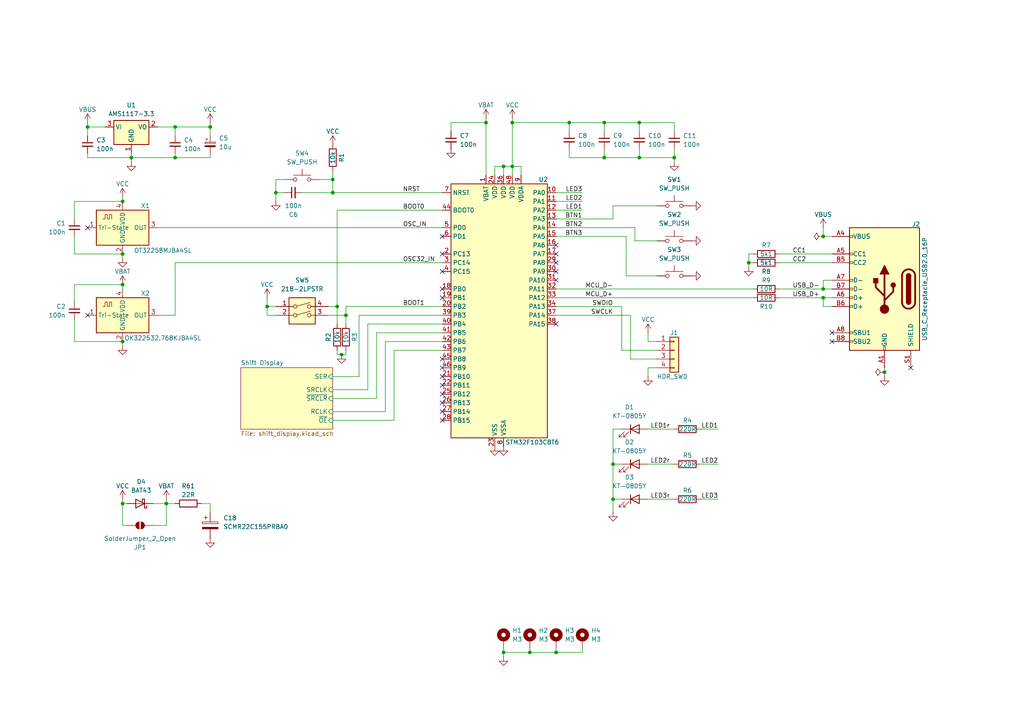
<source format=kicad_sch>
(kicad_sch (version 20231120) (generator "eeschema") (generator_version "8.0")
  (paper "A4")
  (title_block (title "STM32 Shift Display") (date "2024-05-26") (rev "0") (company "Grackle Computing"))
  (lib_symbols
    (symbol "Connector:USB_C_Receptacle_USB2.0_16P" (pin_names (offset 1.016))
      (property "Reference" "J" (at 0 22.225 0))
      (property "Value" "USB_C_Receptacle_USB2.0_16P" (at 0 19.685 0))
      (symbol "USB_C_Receptacle_USB2.0_16P_1_1"
        (pin passive line (at 0 -22.86 90) (length 5.08) (name "GND") (number "A1"))
        (pin passive line (at 0 -22.86 90) (length 5.08) hide (name "GND") (number "A12"))
        (pin passive line (at 15.24 15.24 180) (length 5.08) (name "VBUS") (number "A4"))
        (pin bidirectional line (at 15.24 10.16 180) (length 5.08) (name "CC1") (number "A5"))
        (pin bidirectional line (at 15.24 -2.54 180) (length 5.08) (name "D+") (number "A6"))
        (pin bidirectional line (at 15.24 2.54 180) (length 5.08) (name "D-") (number "A7"))
        (pin bidirectional line (at 15.24 -12.7 180) (length 5.08) (name "SBU1") (number "A8"))
        (pin passive line (at 15.24 15.24 180) (length 5.08) hide (name "VBUS") (number "A9"))
        (pin passive line (at 0 -22.86 90) (length 5.08) hide (name "GND") (number "B1"))
        (pin passive line (at 0 -22.86 90) (length 5.08) hide (name "GND") (number "B12"))
        (pin passive line (at 15.24 15.24 180) (length 5.08) hide (name "VBUS") (number "B4"))
        (pin bidirectional line (at 15.24 7.62 180) (length 5.08) (name "CC2") (number "B5"))
        (pin bidirectional line (at 15.24 -5.08 180) (length 5.08) (name "D+") (number "B6"))
        (pin bidirectional line (at 15.24 0 180) (length 5.08) (name "D-") (number "B7"))
        (pin bidirectional line (at 15.24 -15.24 180) (length 5.08) (name "SBU2") (number "B8"))
        (pin passive line (at 15.24 15.24 180) (length 5.08) hide (name "VBUS") (number "B9"))
        (pin passive line (at -7.62 -22.86 90) (length 5.08) (name "SHIELD") (number "S1"))
      )
    )
    (symbol "Connector_Generic:Conn_01x04" (pin_names (offset 1.016) hide)
      (property "Reference" "J" (at 0 5.08 0))
      (property "Value" "Conn_01x04" (at 0 -7.62 0))
      (symbol "Conn_01x04_1_1"
        (pin passive line (at -5.08 2.54 0) (length 3.81) (name "Pin_1") (number "1"))
        (pin passive line (at -5.08 0 0) (length 3.81) (name "Pin_2") (number "2"))
        (pin passive line (at -5.08 -2.54 0) (length 3.81) (name "Pin_3") (number "3"))
        (pin passive line (at -5.08 -5.08 0) (length 3.81) (name "Pin_4") (number "4"))
      )
    )
    (symbol "Device:C_Polarized" (pin_numbers hide) (pin_names (offset 0.254))
      (property "Reference" "C" (at 0.635 2.54 0))
      (property "Value" "C_Polarized" (at 0.635 -2.54 0))
      (symbol "C_Polarized_1_1"
        (pin passive line (at 0 3.81 270) (length 2.794) (name "~") (number "1"))
        (pin passive line (at 0 -3.81 90) (length 2.794) (name "~") (number "2"))
      )
    )
    (symbol "Device:C_Polarized_Small" (pin_numbers hide) (pin_names (offset 0.254) hide)
      (property "Reference" "C" (at 0.254 1.778 0))
      (property "Value" "C_Polarized_Small" (at 0.254 -2.032 0))
      (symbol "C_Polarized_Small_1_1"
        (pin passive line (at 0 2.54 270) (length 1.8542) (name "~") (number "1"))
        (pin passive line (at 0 -2.54 90) (length 1.8542) (name "~") (number "2"))
      )
    )
    (symbol "Device:C_Small" (pin_numbers hide) (pin_names (offset 0.254) hide)
      (property "Reference" "C" (at 0.254 1.778 0))
      (property "Value" "C_Small" (at 0.254 -2.032 0))
      (symbol "C_Small_1_1"
        (pin passive line (at 0 2.54 270) (length 2.032) (name "~") (number "1"))
        (pin passive line (at 0 -2.54 90) (length 2.032) (name "~") (number "2"))
      )
    )
    (symbol "Device:LED" (pin_numbers hide) (pin_names (offset 1.016) hide)
      (property "Reference" "D" (at 0 2.54 0))
      (property "Value" "LED" (at 0 -2.54 0))
      (symbol "LED_1_1"
        (pin passive line (at -3.81 0 0) (length 2.54) (name "K") (number "1"))
        (pin passive line (at 3.81 0 180) (length 2.54) (name "A") (number "2"))
      )
    )
    (symbol "Device:R" (pin_numbers hide) (pin_names (offset 0))
      (property "Reference" "R" (at 2.032 0 90))
      (property "Value" "R" (at 0 0 90))
      (symbol "R_1_1"
        (pin passive line (at 0 3.81 270) (length 1.27) (name "~") (number "1"))
        (pin passive line (at 0 -3.81 90) (length 1.27) (name "~") (number "2"))
      )
    )
    (symbol "Diode:BAT43" (pin_numbers hide) (pin_names (offset 1.016) hide)
      (property "Reference" "D" (at 0 2.54 0))
      (property "Value" "BAT43" (at 0 -2.54 0))
      (symbol "BAT43_1_1"
        (pin passive line (at -3.81 0 0) (length 2.54) (name "K") (number "1"))
        (pin passive line (at 3.81 0 180) (length 2.54) (name "A") (number "2"))
      )
    )
    (symbol "Jumper:SolderJumper_2_Open" (pin_numbers hide) (pin_names (offset 0) hide) (exclude_from_sim yes) (in_bom no)
      (property "Reference" "JP" (at 0 2.032 0))
      (property "Value" "SolderJumper_2_Open" (at 0 -2.54 0))
      (symbol "SolderJumper_2_Open_1_1"
        (pin passive line (at -3.81 0 0) (length 2.54) (name "A") (number "1"))
        (pin passive line (at 3.81 0 180) (length 2.54) (name "B") (number "2"))
      )
    )
    (symbol "MCU_ST_STM32F1:STM32F103C8Tx"
      (property "Reference" "U" (at -12.7 39.37 0))
      (property "Value" "STM32F103C8Tx" (at 10.16 39.37 0))
      (symbol "STM32F103C8Tx_1_1"
        (pin power_in line (at -2.54 40.64 270) (length 2.54) (name "VBAT") (number "1"))
        (pin bidirectional line (at 17.78 35.56 180) (length 2.54) (name "PA0") (number "10"))
        (pin bidirectional line (at 17.78 33.02 180) (length 2.54) (name "PA1") (number "11"))
        (pin bidirectional line (at 17.78 30.48 180) (length 2.54) (name "PA2") (number "12"))
        (pin bidirectional line (at 17.78 27.94 180) (length 2.54) (name "PA3") (number "13"))
        (pin bidirectional line (at 17.78 25.4 180) (length 2.54) (name "PA4") (number "14"))
        (pin bidirectional line (at 17.78 22.86 180) (length 2.54) (name "PA5") (number "15"))
        (pin bidirectional line (at 17.78 20.32 180) (length 2.54) (name "PA6") (number "16"))
        (pin bidirectional line (at 17.78 17.78 180) (length 2.54) (name "PA7") (number "17"))
        (pin bidirectional line (at -15.24 7.62 0) (length 2.54) (name "PB0") (number "18"))
        (pin bidirectional line (at -15.24 5.08 0) (length 2.54) (name "PB1") (number "19"))
        (pin bidirectional line (at -15.24 17.78 0) (length 2.54) (name "PC13") (number "2"))
        (pin bidirectional line (at -15.24 2.54 0) (length 2.54) (name "PB2") (number "20"))
        (pin bidirectional line (at -15.24 -17.78 0) (length 2.54) (name "PB10") (number "21"))
        (pin bidirectional line (at -15.24 -20.32 0) (length 2.54) (name "PB11") (number "22"))
        (pin power_in line (at 0 -38.1 90) (length 2.54) (name "VSS") (number "23"))
        (pin power_in line (at 0 40.64 270) (length 2.54) (name "VDD") (number "24"))
        (pin bidirectional line (at -15.24 -22.86 0) (length 2.54) (name "PB12") (number "25"))
        (pin bidirectional line (at -15.24 -25.4 0) (length 2.54) (name "PB13") (number "26"))
        (pin bidirectional line (at -15.24 -27.94 0) (length 2.54) (name "PB14") (number "27"))
        (pin bidirectional line (at -15.24 -30.48 0) (length 2.54) (name "PB15") (number "28"))
        (pin bidirectional line (at 17.78 15.24 180) (length 2.54) (name "PA8") (number "29"))
        (pin bidirectional line (at -15.24 15.24 0) (length 2.54) (name "PC14") (number "3"))
        (pin bidirectional line (at 17.78 12.7 180) (length 2.54) (name "PA9") (number "30"))
        (pin bidirectional line (at 17.78 10.16 180) (length 2.54) (name "PA10") (number "31"))
        (pin bidirectional line (at 17.78 7.62 180) (length 2.54) (name "PA11") (number "32"))
        (pin bidirectional line (at 17.78 5.08 180) (length 2.54) (name "PA12") (number "33"))
        (pin bidirectional line (at 17.78 2.54 180) (length 2.54) (name "PA13") (number "34"))
        (pin passive line (at 0 -38.1 90) (length 2.54) hide (name "VSS") (number "35"))
        (pin power_in line (at 2.54 40.64 270) (length 2.54) (name "VDD") (number "36"))
        (pin bidirectional line (at 17.78 0 180) (length 2.54) (name "PA14") (number "37"))
        (pin bidirectional line (at 17.78 -2.54 180) (length 2.54) (name "PA15") (number "38"))
        (pin bidirectional line (at -15.24 0 0) (length 2.54) (name "PB3") (number "39"))
        (pin bidirectional line (at -15.24 12.7 0) (length 2.54) (name "PC15") (number "4"))
        (pin bidirectional line (at -15.24 -2.54 0) (length 2.54) (name "PB4") (number "40"))
        (pin bidirectional line (at -15.24 -5.08 0) (length 2.54) (name "PB5") (number "41"))
        (pin bidirectional line (at -15.24 -7.62 0) (length 2.54) (name "PB6") (number "42"))
        (pin bidirectional line (at -15.24 -10.16 0) (length 2.54) (name "PB7") (number "43"))
        (pin input line (at -15.24 30.48 0) (length 2.54) (name "BOOT0") (number "44"))
        (pin bidirectional line (at -15.24 -12.7 0) (length 2.54) (name "PB8") (number "45"))
        (pin bidirectional line (at -15.24 -15.24 0) (length 2.54) (name "PB9") (number "46"))
        (pin passive line (at 0 -38.1 90) (length 2.54) hide (name "VSS") (number "47"))
        (pin power_in line (at 5.08 40.64 270) (length 2.54) (name "VDD") (number "48"))
        (pin bidirectional line (at -15.24 25.4 0) (length 2.54) (name "PD0") (number "5"))
        (pin bidirectional line (at -15.24 22.86 0) (length 2.54) (name "PD1") (number "6"))
        (pin input line (at -15.24 35.56 0) (length 2.54) (name "NRST") (number "7"))
        (pin power_in line (at 2.54 -38.1 90) (length 2.54) (name "VSSA") (number "8"))
        (pin power_in line (at 7.62 40.64 270) (length 2.54) (name "VDDA") (number "9"))
      )
    )
    (symbol "Mechanical:MountingHole_Pad" (pin_numbers hide) (pin_names (offset 1.016) hide) (exclude_from_sim yes) (in_bom no)
      (property "Reference" "H" (at 0 6.35 0))
      (property "Value" "MountingHole_Pad" (at 0 4.445 0))
      (symbol "MountingHole_Pad_1_1"
        (pin input line (at 0 -2.54 90) (length 2.54) (name "1") (number "1"))
      )
    )
    (symbol "Oscillator:ASCO"
      (property "Reference" "X" (at -7.62 6.35 0))
      (property "Value" "ASCO" (at 1.27 -6.35 0))
      (symbol "ASCO_1_1"
        (pin input line (at -10.16 0 0) (length 2.54) (name "Tri-State") (number "1"))
        (pin power_in line (at 0 -7.62 90) (length 2.54) (name "GND") (number "2"))
        (pin output line (at 10.16 0 180) (length 2.54) (name "OUT") (number "3"))
        (pin power_in line (at 0 7.62 270) (length 2.54) (name "VDD") (number "4"))
      )
    )
    (symbol "Regulator_Linear:AMS1117-3.3"
      (property "Reference" "U" (at -3.81 3.175 0))
      (property "Value" "AMS1117-3.3" (at 0 3.175 0))
      (symbol "AMS1117-3.3_1_1"
        (pin power_in line (at 0 -7.62 90) (length 2.54) (name "GND") (number "1"))
        (pin power_out line (at 7.62 0 180) (length 2.54) (name "VO") (number "2"))
        (pin power_in line (at -7.62 0 0) (length 2.54) (name "VI") (number "3"))
      )
    )
    (symbol "Switch:SW_DIP_x02" (pin_names (offset 0) hide)
      (property "Reference" "SW" (at 0 6.35 0))
      (property "Value" "SW_DIP_x02" (at 0 -3.81 0))
      (symbol "SW_DIP_x02_1_1"
        (pin passive line (at -7.62 2.54 0) (length 5.08) (name "~") (number "1"))
        (pin passive line (at -7.62 0 0) (length 5.08) (name "~") (number "2"))
        (pin passive line (at 7.62 0 180) (length 5.08) (name "~") (number "3"))
        (pin passive line (at 7.62 2.54 180) (length 5.08) (name "~") (number "4"))
      )
    )
    (symbol "Switch:SW_Push" (pin_numbers hide) (pin_names (offset 1.016) hide)
      (property "Reference" "SW" (at 1.27 2.54 0))
      (property "Value" "SW_Push" (at 0 -1.524 0))
      (symbol "SW_Push_0_1"
        (pin passive line (at -5.08 0 0) (length 2.54) (name "1") (number "1"))
        (pin passive line (at 5.08 0 180) (length 2.54) (name "2") (number "2"))
      )
    )
    (symbol "power:GND" (power) (pin_numbers hide) (pin_names (offset 0) hide)
      (property "Value" "GND" (at 0 -3.81 0))
      (symbol "GND_1_1"
        (pin power_in line (at 0 0 270) (length 0) (name "~") (number "1"))
      )
    )
    (symbol "power:PWR_FLAG" (power) (pin_numbers hide) (pin_names (offset 0) hide)
      (property "Value" "PWR_FLAG" (at 0 3.81 0))
      (symbol "PWR_FLAG_0_0"
        (pin power_out line (at 0 0 90) (length 0) (name "~") (number "1"))
      )
    )
    (symbol "power:VBUS" (power) (pin_numbers hide) (pin_names (offset 0) hide)
      (property "Value" "VBUS" (at 0 3.556 0))
      (symbol "VBUS_1_1"
        (pin power_in line (at 0 0 90) (length 0) (name "~") (number "1"))
      )
    )
    (symbol "power:VCC" (power) (pin_numbers hide) (pin_names (offset 0) hide)
      (property "Value" "VCC" (at 0 3.556 0))
      (symbol "VCC_1_1"
        (pin power_in line (at 0 0 90) (length 0) (name "~") (number "1"))
      )
    )
    (symbol "power:VDD" (power) (pin_numbers hide) (pin_names (offset 0) hide)
      (property "Value" "VDD" (at 0 3.556 0))
      (symbol "VDD_1_1"
        (pin power_in line (at 0 0 90) (length 0) (name "~") (number "1"))
      )
    )
  )
  (junction (at 175.26 45.72))
  (junction (at 238.76 68.58))
  (junction (at 35.56 82.55))
  (junction (at 146.05 189.23))
  (junction (at 99.06 102.87))
  (junction (at 50.8 36.83))
  (junction (at 256.54 107.95))
  (junction (at 238.76 86.36))
  (junction (at 165.1 35.56))
  (junction (at 38.1 45.72))
  (junction (at 185.42 35.56))
  (junction (at 96.52 52.07))
  (junction (at 97.79 88.9))
  (junction (at 148.59 48.26))
  (junction (at 185.42 45.72))
  (junction (at 175.26 35.56))
  (junction (at 177.8 134.62))
  (junction (at 177.8 144.78))
  (junction (at 48.26 146.05))
  (junction (at 195.58 45.72))
  (junction (at 140.97 35.56))
  (junction (at 238.76 83.82))
  (junction (at 146.05 48.26))
  (junction (at 35.56 58.42))
  (junction (at 96.52 55.88))
  (junction (at 148.59 35.56))
  (junction (at 35.56 99.06))
  (junction (at 50.8 45.72))
  (junction (at 100.33 91.44))
  (junction (at 161.29 189.23))
  (junction (at 35.56 146.05))
  (junction (at 153.67 189.23))
  (junction (at 77.47 88.9))
  (junction (at 80.01 55.88))
  (junction (at 217.17 76.2))
  (junction (at 35.56 73.66))
  (junction (at 60.96 36.83))
  (junction (at 25.4 36.83))
  (no_connect (at 161.29 81.28))
  (no_connect (at 128.27 111.76))
  (no_connect (at 25.4 66.04))
  (no_connect (at 128.27 104.14))
  (no_connect (at 161.29 78.74))
  (no_connect (at 241.3 96.52))
  (no_connect (at 161.29 93.98))
  (no_connect (at 128.27 73.66))
  (no_connect (at 264.16 106.68))
  (no_connect (at 128.27 78.74))
  (no_connect (at 128.27 119.38))
  (no_connect (at 25.4 91.44))
  (no_connect (at 128.27 106.68))
  (no_connect (at 128.27 83.82))
  (no_connect (at 128.27 121.92))
  (no_connect (at 241.3 99.06))
  (no_connect (at 128.27 86.36))
  (no_connect (at 128.27 114.3))
  (no_connect (at 161.29 73.66))
  (no_connect (at 128.27 109.22))
  (no_connect (at 128.27 68.58))
  (no_connect (at 161.29 76.2))
  (no_connect (at 128.27 116.84))
  (no_connect (at 161.29 71.12))
  (wire (pts (xy 217.17 73.66) (xy 217.17 76.2)))
  (wire (pts (xy 44.45 146.05) (xy 48.26 146.05)))
  (wire (pts (xy 226.06 76.2) (xy 241.3 76.2)))
  (wire (pts (xy 97.79 101.6) (xy 97.79 102.87)))
  (wire (pts (xy 77.47 86.36) (xy 77.47 88.9)))
  (wire (pts (xy 203.2 134.62) (xy 208.28 134.62)))
  (wire (pts (xy 148.59 34.29) (xy 148.59 35.56)))
  (wire (pts (xy 25.4 36.83) (xy 30.48 36.83)))
  (wire (pts (xy 21.59 99.06) (xy 35.56 99.06)))
  (wire (pts (xy 177.8 59.69) (xy 190.5 59.69)))
  (wire (pts (xy 77.47 88.9) (xy 80.01 88.9)))
  (wire (pts (xy 35.56 100.33) (xy 35.56 99.06)))
  (wire (pts (xy 143.51 50.8) (xy 143.51 48.26)))
  (wire (pts (xy 25.4 35.56) (xy 25.4 36.83)))
  (wire (pts (xy 180.34 101.6) (xy 180.34 88.9)))
  (wire (pts (xy 130.81 35.56) (xy 140.97 35.56)))
  (wire (pts (xy 114.3 121.92) (xy 96.52 121.92)))
  (wire (pts (xy 175.26 43.18) (xy 175.26 45.72)))
  (wire (pts (xy 195.58 45.72) (xy 195.58 43.18)))
  (wire (pts (xy 177.8 144.78) (xy 180.34 144.78)))
  (wire (pts (xy 177.8 134.62) (xy 177.8 144.78)))
  (wire (pts (xy 38.1 44.45) (xy 38.1 45.72)))
  (wire (pts (xy 50.8 44.45) (xy 50.8 45.72)))
  (wire (pts (xy 60.96 45.72) (xy 50.8 45.72)))
  (wire (pts (xy 50.8 36.83) (xy 60.96 36.83)))
  (wire (pts (xy 161.29 63.5) (xy 177.8 63.5)))
  (wire (pts (xy 35.56 74.93) (xy 35.56 73.66)))
  (wire (pts (xy 128.27 101.6) (xy 114.3 101.6)))
  (wire (pts (xy 177.8 134.62) (xy 180.34 134.62)))
  (wire (pts (xy 218.44 73.66) (xy 217.17 73.66)))
  (wire (pts (xy 97.79 88.9) (xy 97.79 60.96)))
  (wire (pts (xy 21.59 73.66) (xy 35.56 73.66)))
  (wire (pts (xy 80.01 52.07) (xy 80.01 55.88)))
  (wire (pts (xy 95.25 91.44) (xy 100.33 91.44)))
  (wire (pts (xy 165.1 35.56) (xy 165.1 38.1)))
  (wire (pts (xy 187.96 144.78) (xy 195.58 144.78)))
  (wire (pts (xy 35.56 57.15) (xy 35.56 58.42)))
  (wire (pts (xy 87.63 55.88) (xy 96.52 55.88)))
  (wire (pts (xy 38.1 45.72) (xy 38.1 46.99)))
  (wire (pts (xy 96.52 49.53) (xy 96.52 52.07)))
  (wire (pts (xy 226.06 73.66) (xy 241.3 73.66)))
  (wire (pts (xy 96.52 55.88) (xy 128.27 55.88)))
  (wire (pts (xy 190.5 80.01) (xy 181.61 80.01)))
  (wire (pts (xy 185.42 35.56) (xy 195.58 35.56)))
  (wire (pts (xy 217.17 76.2) (xy 218.44 76.2)))
  (wire (pts (xy 50.8 76.2) (xy 128.27 76.2)))
  (wire (pts (xy 256.54 107.95) (xy 256.54 106.68)))
  (wire (pts (xy 165.1 35.56) (xy 175.26 35.56)))
  (wire (pts (xy 146.05 189.23) (xy 153.67 189.23)))
  (wire (pts (xy 187.96 134.62) (xy 195.58 134.62)))
  (wire (pts (xy 148.59 48.26) (xy 148.59 50.8)))
  (wire (pts (xy 256.54 109.22) (xy 256.54 107.95)))
  (wire (pts (xy 25.4 39.37) (xy 25.4 36.83)))
  (wire (pts (xy 100.33 91.44) (xy 100.33 93.98)))
  (wire (pts (xy 175.26 45.72) (xy 185.42 45.72)))
  (wire (pts (xy 97.79 60.96) (xy 128.27 60.96)))
  (wire (pts (xy 175.26 35.56) (xy 175.26 38.1)))
  (wire (pts (xy 21.59 87.63) (xy 21.59 82.55)))
  (wire (pts (xy 187.96 96.52) (xy 187.96 99.06)))
  (wire (pts (xy 148.59 35.56) (xy 165.1 35.56)))
  (wire (pts (xy 92.71 52.07) (xy 96.52 52.07)))
  (wire (pts (xy 195.58 35.56) (xy 195.58 38.1)))
  (wire (pts (xy 146.05 48.26) (xy 148.59 48.26)))
  (wire (pts (xy 161.29 88.9) (xy 180.34 88.9)))
  (wire (pts (xy 128.27 88.9) (xy 100.33 88.9)))
  (wire (pts (xy 82.55 52.07) (xy 80.01 52.07)))
  (wire (pts (xy 36.83 152.4) (xy 35.56 152.4)))
  (wire (pts (xy 60.96 44.45) (xy 60.96 45.72)))
  (wire (pts (xy 184.15 66.04) (xy 184.15 69.85)))
  (wire (pts (xy 146.05 189.23) (xy 146.05 190.5)))
  (wire (pts (xy 226.06 86.36) (xy 238.76 86.36)))
  (wire (pts (xy 238.76 86.36) (xy 241.3 86.36)))
  (wire (pts (xy 153.67 189.23) (xy 161.29 189.23)))
  (wire (pts (xy 128.27 99.06) (xy 111.76 99.06)))
  (wire (pts (xy 80.01 91.44) (xy 77.47 91.44)))
  (wire (pts (xy 151.13 48.26) (xy 148.59 48.26)))
  (wire (pts (xy 96.52 55.88) (xy 96.52 52.07)))
  (wire (pts (xy 161.29 66.04) (xy 184.15 66.04)))
  (wire (pts (xy 168.91 189.23) (xy 168.91 187.96)))
  (wire (pts (xy 217.17 76.2) (xy 217.17 77.47)))
  (wire (pts (xy 111.76 119.38) (xy 96.52 119.38)))
  (wire (pts (xy 185.42 45.72) (xy 195.58 45.72)))
  (wire (pts (xy 161.29 189.23) (xy 168.91 189.23)))
  (wire (pts (xy 185.42 35.56) (xy 185.42 38.1)))
  (wire (pts (xy 104.14 91.44) (xy 104.14 109.22)))
  (wire (pts (xy 238.76 81.28) (xy 241.3 81.28)))
  (wire (pts (xy 151.13 50.8) (xy 151.13 48.26)))
  (wire (pts (xy 161.29 91.44) (xy 182.88 91.44)))
  (wire (pts (xy 80.01 55.88) (xy 80.01 58.42)))
  (wire (pts (xy 45.72 66.04) (xy 128.27 66.04)))
  (wire (pts (xy 48.26 146.05) (xy 50.8 146.05)))
  (wire (pts (xy 21.59 58.42) (xy 35.56 58.42)))
  (wire (pts (xy 48.26 144.78) (xy 48.26 146.05)))
  (wire (pts (xy 80.01 55.88) (xy 82.55 55.88)))
  (wire (pts (xy 109.22 96.52) (xy 109.22 115.57)))
  (wire (pts (xy 161.29 187.96) (xy 161.29 189.23)))
  (wire (pts (xy 21.59 82.55) (xy 35.56 82.55)))
  (wire (pts (xy 177.8 63.5) (xy 177.8 59.69)))
  (wire (pts (xy 111.76 99.06) (xy 111.76 119.38)))
  (wire (pts (xy 238.76 83.82) (xy 241.3 83.82)))
  (wire (pts (xy 114.3 101.6) (xy 114.3 121.92)))
  (wire (pts (xy 153.67 187.96) (xy 153.67 189.23)))
  (wire (pts (xy 238.76 81.28) (xy 238.76 83.82)))
  (wire (pts (xy 182.88 91.44) (xy 182.88 104.14)))
  (wire (pts (xy 181.61 68.58) (xy 161.29 68.58)))
  (wire (pts (xy 128.27 96.52) (xy 109.22 96.52)))
  (wire (pts (xy 99.06 102.87) (xy 100.33 102.87)))
  (wire (pts (xy 226.06 83.82) (xy 238.76 83.82)))
  (wire (pts (xy 187.96 99.06) (xy 190.5 99.06)))
  (wire (pts (xy 203.2 124.46) (xy 208.28 124.46)))
  (wire (pts (xy 130.81 38.1) (xy 130.81 35.56)))
  (wire (pts (xy 165.1 43.18) (xy 165.1 45.72)))
  (wire (pts (xy 143.51 48.26) (xy 146.05 48.26)))
  (wire (pts (xy 180.34 124.46) (xy 177.8 124.46)))
  (wire (pts (xy 21.59 63.5) (xy 21.59 58.42)))
  (wire (pts (xy 45.72 36.83) (xy 50.8 36.83)))
  (wire (pts (xy 97.79 93.98) (xy 97.79 88.9)))
  (wire (pts (xy 60.96 36.83) (xy 60.96 39.37)))
  (wire (pts (xy 48.26 152.4) (xy 48.26 146.05)))
  (wire (pts (xy 50.8 91.44) (xy 45.72 91.44)))
  (wire (pts (xy 177.8 124.46) (xy 177.8 134.62)))
  (wire (pts (xy 25.4 45.72) (xy 25.4 44.45)))
  (wire (pts (xy 184.15 69.85) (xy 190.5 69.85)))
  (wire (pts (xy 148.59 35.56) (xy 148.59 48.26)))
  (wire (pts (xy 195.58 45.72) (xy 195.58 46.99)))
  (wire (pts (xy 21.59 92.71) (xy 21.59 99.06)))
  (wire (pts (xy 97.79 102.87) (xy 99.06 102.87)))
  (wire (pts (xy 175.26 35.56) (xy 185.42 35.56)))
  (wire (pts (xy 50.8 36.83) (xy 50.8 39.37)))
  (wire (pts (xy 238.76 66.04) (xy 238.76 68.58)))
  (wire (pts (xy 109.22 115.57) (xy 96.52 115.57)))
  (wire (pts (xy 106.68 113.03) (xy 96.52 113.03)))
  (wire (pts (xy 238.76 88.9) (xy 238.76 86.36)))
  (wire (pts (xy 60.96 146.05) (xy 60.96 148.59)))
  (wire (pts (xy 241.3 68.58) (xy 238.76 68.58)))
  (wire (pts (xy 181.61 80.01) (xy 181.61 68.58)))
  (wire (pts (xy 146.05 187.96) (xy 146.05 189.23)))
  (wire (pts (xy 161.29 86.36) (xy 218.44 86.36)))
  (wire (pts (xy 161.29 55.88) (xy 168.91 55.88)))
  (wire (pts (xy 161.29 58.42) (xy 168.91 58.42)))
  (wire (pts (xy 35.56 82.55) (xy 35.56 83.82)))
  (wire (pts (xy 128.27 91.44) (xy 104.14 91.44)))
  (wire (pts (xy 182.88 104.14) (xy 190.5 104.14)))
  (wire (pts (xy 100.33 88.9) (xy 100.33 91.44)))
  (wire (pts (xy 146.05 48.26) (xy 146.05 50.8)))
  (wire (pts (xy 60.96 35.56) (xy 60.96 36.83)))
  (wire (pts (xy 140.97 50.8) (xy 140.97 35.56)))
  (wire (pts (xy 44.45 152.4) (xy 48.26 152.4)))
  (wire (pts (xy 187.96 106.68) (xy 187.96 109.22)))
  (wire (pts (xy 35.56 146.05) (xy 36.83 146.05)))
  (wire (pts (xy 21.59 68.58) (xy 21.59 73.66)))
  (wire (pts (xy 187.96 124.46) (xy 195.58 124.46)))
  (wire (pts (xy 190.5 106.68) (xy 187.96 106.68)))
  (wire (pts (xy 35.56 144.78) (xy 35.56 146.05)))
  (wire (pts (xy 58.42 146.05) (xy 60.96 146.05)))
  (wire (pts (xy 77.47 88.9) (xy 77.47 91.44)))
  (wire (pts (xy 128.27 93.98) (xy 106.68 93.98)))
  (wire (pts (xy 104.14 109.22) (xy 96.52 109.22)))
  (wire (pts (xy 177.8 144.78) (xy 177.8 148.59)))
  (wire (pts (xy 180.34 101.6) (xy 190.5 101.6)))
  (wire (pts (xy 140.97 34.29) (xy 140.97 35.56)))
  (wire (pts (xy 106.68 93.98) (xy 106.68 113.03)))
  (wire (pts (xy 161.29 60.96) (xy 168.91 60.96)))
  (wire (pts (xy 100.33 102.87) (xy 100.33 101.6)))
  (wire (pts (xy 50.8 45.72) (xy 38.1 45.72)))
  (wire (pts (xy 38.1 45.72) (xy 25.4 45.72)))
  (wire (pts (xy 161.29 83.82) (xy 218.44 83.82)))
  (wire (pts (xy 35.56 152.4) (xy 35.56 146.05)))
  (wire (pts (xy 50.8 76.2) (xy 50.8 91.44)))
  (wire (pts (xy 241.3 88.9) (xy 238.76 88.9)))
  (wire (pts (xy 203.2 144.78) (xy 208.28 144.78)))
  (wire (pts (xy 95.25 88.9) (xy 97.79 88.9)))
  (wire (pts (xy 185.42 43.18) (xy 185.42 45.72)))
  (wire (pts (xy 165.1 45.72) (xy 175.26 45.72)))
  (label "USB_D+" (at 229.87 86.36 0))
  (label "LED2" (at 208.28 134.62 180))
  (label "LED2" (at 168.91 58.42 180))
  (label "BTN1" (at 168.91 63.5 180))
  (label "LED3" (at 168.91 55.88 180))
  (label "NRST" (at 116.84 55.88 0))
  (label "USB_D-" (at 229.87 83.82 0))
  (label "CC2" (at 229.87 76.2 0))
  (label "LED1r" (at 194.31 124.46 180))
  (label "BTN3" (at 168.91 68.58 180))
  (label "BOOT1" (at 116.84 88.9 0))
  (label "LED2r" (at 194.31 134.62 180))
  (label "MCU_D-" (at 177.8 83.82 180))
  (label "LED3" (at 208.28 144.78 180))
  (label "LED1" (at 208.28 124.46 180))
  (label "OSC_IN" (at 116.84 66.04 0))
  (label "SWCLK" (at 177.8 91.44 180))
  (label "OSC32_IN" (at 116.84 76.2 0))
  (label "LED3r" (at 194.31 144.78 180))
  (label "BOOT0" (at 116.84 60.96 0))
  (label "SWDIO" (at 177.8 88.9 180))
  (label "CC1" (at 229.87 73.66 0))
  (label "BTN2" (at 168.91 66.04 180))
  (label "LED1" (at 168.91 60.96 180))
  (label "MCU_D+" (at 177.8 86.36 180))
  (symbol (lib_id "power:GND") (at 200.66 69.85 90) (mirror x) (unit 1)
    (property "Reference" "#PWR03" (effects (hide yes)))
    (property "Value" "GND" (effects (hide yes)))
    (property "Description" "Power symbol creates a global label with name \"GND\" , ground" (effects (hide yes)))
  )
  (symbol (lib_id "Device:C_Small") (at 85.09 55.88 90) (mirror x) (unit 1)
    (property "Reference" "C6" (at 85.0963 62.23 90))
    (property "Value" "100n" (at 85.0963 59.69 90))
    (property "Footprint" "Capacitor_SMD:C_0402_1005Metric" (effects (hide yes)))
    (property "Description" "Unpolarized capacitor, small symbol" (effects (hide yes)))
    (property "MFR" "Samsung" (effects (hide yes)))
    (property "MFR Part" "CL05B104KB54PNC" (effects (hide yes)))
    (property "JLCPCB Part" "C307331" (effects (hide yes)))
  )
  (symbol (lib_id "Switch:SW_DIP_x02") (at 87.63 91.44 0) (unit 1)
    (property "Reference" "SW5" (at 87.63 81.28 0))
    (property "Value" "218-2LPSTR" (at 87.63 83.82 0))
    (property "Footprint" "Button_Switch_SMD:SW_DIP_SPSTx02_Slide_Copal_CHS-02B_W7.62mm_P1.27mm" (effects (hide yes)))
    (property "Datasheet" "https://wmsc.lcsc.com/wmsc/upload/file/pdf/v2/lcsc/2201251530_CTS-Electronic-Components-218-2LPSTR_C2961921.pdf" (effects (hide yes)))
    (property "Description" "2x DIP Switch, Single Pole Single Throw (SPST) switch, small symbol" (effects (hide yes)))
    (property "JLCPCB Part" "C2961921" (effects (hide yes)))
  )
  (symbol (lib_id "power:VCC") (at 96.52 41.91 0) (unit 1)
    (property "Reference" "#PWR013" (effects (hide yes)))
    (property "Value" "VCC" (at 96.52 38.1 0))
    (property "Description" "Power symbol creates a global label with name \"VCC\"" (effects (hide yes)))
  )
  (symbol (lib_id "power:VDD") (at 140.97 34.29 0) (unit 1)
    (property "Reference" "#PWR055" (effects (hide yes)))
    (property "Value" "VBAT" (at 140.97 30.48 0))
    (property "Description" "Power symbol creates a global label with name \"VDD\"" (effects (hide yes)))
  )
  (symbol (lib_id "Device:C_Small") (at 185.42 40.64 0) (unit 1)
    (property "Reference" "C10" (at 187.96 39.3762 0) (effects (justify left)))
    (property "Value" "100n" (at 187.96 41.9162 0) (effects (justify left)))
    (property "Footprint" "Capacitor_SMD:C_0402_1005Metric" (effects (hide yes)))
    (property "Description" "Unpolarized capacitor, small symbol" (effects (hide yes)))
    (property "MFR" "Samsung" (effects (hide yes)))
    (property "MFR Part" "CL05B104KB54PNC" (effects (hide yes)))
    (property "JLCPCB Part" "C307331" (effects (hide yes)))
  )
  (symbol (lib_id "Diode:BAT43") (at 40.64 146.05 180) (unit 1)
    (property "Reference" "D4" (at 40.9575 139.7 0))
    (property "Value" "BAT43" (at 40.9575 142.24 0))
    (property "Footprint" "Diode_THT:D_DO-35_SOD27_P7.62mm_Horizontal" (effects (hide yes)))
    (property "Datasheet" "http://www.vishay.com/docs/85660/bat42.pdf" (effects (hide yes)))
    (property "Description" "30V 0.2A Small Signal Schottky Diode, DO-35" (effects (hide yes)))
  )
  (symbol (lib_id "Switch:SW_Push") (at 195.58 69.85 0) (mirror y) (unit 1)
    (property "Reference" "SW2" (at 195.58 62.23 0))
    (property "Value" "SW_PUSH" (at 195.58 64.77 0))
    (property "Footprint" "Button_Switch_THT:SW_PUSH_6mm" (effects (hide yes)))
    (property "Description" "Push button switch, generic, two pins" (effects (hide yes)))
  )
  (symbol (lib_id "Device:R") (at 222.25 83.82 90) (unit 1)
    (property "Reference" "R9" (at 222.25 81.28 90))
    (property "Value" "10R" (at 222.25 83.82 90))
    (property "Footprint" "Resistor_SMD:R_0402_1005Metric" (effects (hide yes)))
    (property "Description" "Resistor" (effects (hide yes)))
    (property "JLCPCB Part" "C25077" (effects (hide yes)))
  )
  (symbol (lib_id "MCU_ST_STM32F1:STM32F103C8Tx") (at 143.51 91.44 0) (unit 1)
    (property "Reference" "U2" (at 156.21 52.07 0) (effects (justify left)))
    (property "Value" "STM32F103C8T6" (at 146.558 128.27 0) (effects (justify left)))
    (property "Footprint" "Package_QFP:LQFP-48_7x7mm_P0.5mm" (effects (hide yes)))
    (property "Datasheet" "https://www.st.com/resource/en/datasheet/stm32f103c8.pdf" (effects (hide yes)))
    (property "Description" "STMicroelectronics Arm Cortex-M3 MCU, 64KB flash, 20KB RAM, 72 MHz, 2.0-3.6V, 37 GPIO, LQFP48" (effects (hide yes)))
    (property "JLCPCB Part" "C8734" (effects (hide yes)))
  )
  (symbol (lib_id "power:GND") (at 217.17 77.47 0) (unit 1)
    (property "Reference" "#PWR024" (effects (hide yes)))
    (property "Value" "GND" (effects (hide yes)))
    (property "Description" "Power symbol creates a global label with name \"GND\" , ground" (effects (hide yes)))
  )
  (symbol (lib_id "power:VCC") (at 35.56 57.15 0) (unit 1)
    (property "Reference" "#PWR05" (effects (hide yes)))
    (property "Value" "VCC" (at 35.56 53.34 0))
    (property "Description" "Power symbol creates a global label with name \"VCC\"" (effects (hide yes)))
  )
  (symbol (lib_id "power:GND") (at 35.56 100.33 0) (unit 1)
    (property "Reference" "#PWR08" (effects (hide yes)))
    (property "Value" "GND" (effects (hide yes)))
    (property "Description" "Power symbol creates a global label with name \"GND\" , ground" (effects (hide yes)))
  )
  (symbol (lib_id "Device:R") (at 54.61 146.05 90) (unit 1)
    (property "Reference" "R61" (at 54.61 140.97 90))
    (property "Value" "22R" (at 54.61 143.51 90))
    (property "Footprint" "Resistor_THT:R_Axial_DIN0207_L6.3mm_D2.5mm_P7.62mm_Horizontal" (effects (hide yes)))
    (property "Description" "Resistor" (effects (hide yes)))
  )
  (symbol (lib_id "power:GND") (at 146.05 190.5 0) (unit 1)
    (property "Reference" "#PWR018" (effects (hide yes)))
    (property "Value" "GND" (effects (hide yes)))
    (property "Description" "Power symbol creates a global label with name \"GND\" , ground" (effects (hide yes)))
  )
  (symbol (lib_id "Oscillator:ASCO") (at 35.56 66.04 0) (unit 1)
    (property "Reference" "X1" (at 42.164 59.69 0))
    (property "Value" "OT32258MJBA4SL" (at 47.244 72.644 0))
    (property "Footprint" "Crystal:Crystal_SMD_3225-4Pin_3.2x2.5mm" (effects (hide yes)))
    (property "Datasheet" "https://wmsc.lcsc.com/wmsc/upload/file/pdf/v2/lcsc/2304140030_YXC-OT32258MJBA4SL_C717687.pdf" (effects (hide yes)))
    (property "Description" "Crystal Clock Oscillator, YXC" (effects (hide yes)))
    (property "JLCPCB Part" "C717687" (effects (hide yes)))
  )
  (symbol (lib_id "Device:C_Polarized") (at 60.96 152.4 0) (unit 1)
    (property "Reference" "C18" (at 64.77 150.2409 0) (effects (justify left)))
    (property "Value" "SCMR22C155PRBA0" (at 64.77 152.7809 0) (effects (justify left)))
    (property "Footprint" "Mouser:SCMR22C155PRBA0" (effects (hide yes)))
    (property "Datasheet" "https://www.mouser.com/datasheet/2/40/AVX_SCM-3075352.pdf" (effects (hide yes)))
    (property "Description" "Supercapacitors 5V 1.5F 8X22mm Radial" (effects (hide yes)))
    (property "Mouser Part" "581-SCMR22C155PRBA0" (effects (hide yes)))
  )
  (symbol (lib_id "Oscillator:ASCO") (at 35.56 91.44 0) (unit 1)
    (property "Reference" "X2" (at 42.164 85.09 0))
    (property "Value" "OK322532.768KJBA4SL" (at 47.244 98.044 0))
    (property "Footprint" "Crystal:Crystal_SMD_3225-4Pin_3.2x2.5mm" (effects (hide yes)))
    (property "Datasheet" "https://wmsc.lcsc.com/wmsc/upload/file/pdf/v2/lcsc/2103291304_YXC-OK322532-768KJBA4SL_C725996.pdf" (effects (hide yes)))
    (property "Description" "Crystal Clock Oscillator, YXC" (effects (hide yes)))
    (property "JLCPCB Part" "C725996" (effects (hide yes)))
  )
  (symbol (lib_id "power:GND") (at 187.96 109.22 0) (unit 1)
    (property "Reference" "#PWR022" (effects (hide yes)))
    (property "Value" "GND" (effects (hide yes)))
    (property "Description" "Power symbol creates a global label with name \"GND\" , ground" (effects (hide yes)))
  )
  (symbol (lib_id "Device:R") (at 199.39 134.62 90) (unit 1)
    (property "Reference" "R5" (at 199.39 132.08 90))
    (property "Value" "220R" (at 199.39 134.62 90))
    (property "Footprint" "Resistor_SMD:R_0603_1608Metric" (effects (hide yes)))
    (property "Description" "Resistor" (effects (hide yes)))
    (property "JLCPCB Part" "C22962" (effects (hide yes)))
    (property "MFR Part" "0603WAF2200T5E" (effects (hide yes)))
  )
  (symbol (lib_id "power:GND") (at 200.66 59.69 90) (mirror x) (unit 1)
    (property "Reference" "#PWR02" (effects (hide yes)))
    (property "Value" "GND" (effects (hide yes)))
    (property "Description" "Power symbol creates a global label with name \"GND\" , ground" (effects (hide yes)))
  )
  (symbol (lib_id "Device:C_Small") (at 130.81 40.64 0) (unit 1)
    (property "Reference" "C7" (at 133.35 39.3762 0) (effects (justify left)))
    (property "Value" "100n" (at 133.35 41.9162 0) (effects (justify left)))
    (property "Footprint" "Capacitor_SMD:C_0402_1005Metric" (effects (hide yes)))
    (property "Description" "Unpolarized capacitor, small symbol" (effects (hide yes)))
    (property "MFR" "Samsung" (effects (hide yes)))
    (property "MFR Part" "CL05B104KB54PNC" (effects (hide yes)))
    (property "JLCPCB Part" "C307331" (effects (hide yes)))
  )
  (symbol (lib_id "Switch:SW_Push") (at 195.58 80.01 0) (mirror y) (unit 1)
    (property "Reference" "SW3" (at 195.58 72.39 0))
    (property "Value" "SW_PUSH" (at 195.58 74.93 0))
    (property "Footprint" "Button_Switch_THT:SW_PUSH_6mm" (effects (hide yes)))
    (property "Description" "Push button switch, generic, two pins" (effects (hide yes)))
  )
  (symbol (lib_id "power:GND") (at 143.51 129.54 0) (unit 1)
    (property "Reference" "#PWR016" (effects (hide yes)))
    (property "Value" "GND" (effects (hide yes)))
    (property "Description" "Power symbol creates a global label with name \"GND\" , ground" (effects (hide yes)))
  )
  (symbol (lib_id "power:GND") (at 99.06 102.87 0) (unit 1)
    (property "Reference" "#PWR014" (effects (hide yes)))
    (property "Value" "GND" (effects (hide yes)))
    (property "Description" "Power symbol creates a global label with name \"GND\" , ground" (effects (hide yes)))
  )
  (symbol (lib_id "Device:R") (at 199.39 124.46 90) (unit 1)
    (property "Reference" "R4" (at 199.39 121.92 90))
    (property "Value" "220R" (at 199.39 124.46 90))
    (property "Footprint" "Resistor_SMD:R_0603_1608Metric" (effects (hide yes)))
    (property "Description" "Resistor" (effects (hide yes)))
    (property "JLCPCB Part" "C22962" (effects (hide yes)))
    (property "MFR Part" "0603WAF2200T5E" (effects (hide yes)))
  )
  (symbol (lib_id "Device:C_Small") (at 21.59 66.04 0) (mirror y) (unit 1)
    (property "Reference" "C1" (at 19.05 64.7762 0) (effects (justify left)))
    (property "Value" "100n" (at 19.05 67.3162 0) (effects (justify left)))
    (property "Footprint" "Capacitor_SMD:C_0402_1005Metric" (effects (hide yes)))
    (property "Description" "Unpolarized capacitor, small symbol" (effects (hide yes)))
    (property "MFR" "Samsung" (effects (hide yes)))
    (property "MFR Part" "CL05B104KB54PNC" (effects (hide yes)))
    (property "JLCPCB Part" "C307331" (effects (hide yes)))
  )
  (symbol (lib_id "Device:C_Small") (at 175.26 40.64 0) (unit 1)
    (property "Reference" "C9" (at 177.8 39.3762 0) (effects (justify left)))
    (property "Value" "100n" (at 177.8 41.9162 0) (effects (justify left)))
    (property "Footprint" "Capacitor_SMD:C_0402_1005Metric" (effects (hide yes)))
    (property "Description" "Unpolarized capacitor, small symbol" (effects (hide yes)))
    (property "MFR" "Samsung" (effects (hide yes)))
    (property "MFR Part" "CL05B104KB54PNC" (effects (hide yes)))
    (property "JLCPCB Part" "C307331" (effects (hide yes)))
  )
  (symbol (lib_id "Device:R") (at 199.39 144.78 90) (unit 1)
    (property "Reference" "R6" (at 199.39 142.24 90))
    (property "Value" "220R" (at 199.39 144.78 90))
    (property "Footprint" "Resistor_SMD:R_0603_1608Metric" (effects (hide yes)))
    (property "Description" "Resistor" (effects (hide yes)))
    (property "JLCPCB Part" "C22962" (effects (hide yes)))
    (property "MFR Part" "0603WAF2200T5E" (effects (hide yes)))
  )
  (symbol (lib_id "Device:LED") (at 184.15 124.46 0) (unit 1)
    (property "Reference" "D1" (at 182.5625 118.11 0))
    (property "Value" "KT-0805Y" (at 182.5625 120.65 0))
    (property "Footprint" "LED_SMD:LED_0805_2012Metric" (effects (hide yes)))
    (property "Description" "Light emitting diode" (effects (hide yes)))
    (property "JLCPCB Part" "C2296" (effects (hide yes)))
  )
  (symbol (lib_id "power:GND") (at 195.58 46.99 0) (unit 1)
    (property "Reference" "#PWR023" (effects (hide yes)))
    (property "Value" "GND" (effects (hide yes)))
    (property "Description" "Power symbol creates a global label with name \"GND\" , ground" (effects (hide yes)))
  )
  (symbol (lib_id "Connector:USB_C_Receptacle_USB2.0_16P") (at 256.54 83.82 0) (mirror y) (unit 1)
    (property "Reference" "J2" (at 265.684 65.024 0))
    (property "Value" "USB_C_Receptacle_USB2.0_16P" (at 268.224 83.82 90))
    (property "Footprint" "Connector_USB:USB_C_Receptacle_HCTL_HC-TYPE-C-16P-01A" (effects (hide yes)))
    (property "Datasheet" "https://www.usb.org/sites/default/files/documents/usb_type-c.zip" (effects (hide yes)))
    (property "Description" "USB 2.0-only 16P Type-C Receptacle connector" (effects (hide yes)))
    (property "JLCPCB Part" "C2997433" (effects (hide yes)))
  )
  (symbol (lib_id "power:GND") (at 200.66 80.01 90) (mirror x) (unit 1)
    (property "Reference" "#PWR04" (effects (hide yes)))
    (property "Value" "GND" (effects (hide yes)))
    (property "Description" "Power symbol creates a global label with name \"GND\" , ground" (effects (hide yes)))
  )
  (symbol (lib_id "power:GND") (at 60.96 156.21 0) (unit 1)
    (property "Reference" "#PWR054" (effects (hide yes)))
    (property "Value" "GND" (effects (hide yes)))
    (property "Description" "Power symbol creates a global label with name \"GND\" , ground" (effects (hide yes)))
  )
  (symbol (lib_id "Mechanical:MountingHole_Pad") (at 146.05 185.42 0) (unit 1) (exclude_from_sim yes) (in_bom no)
    (property "Reference" "H1" (at 148.59 182.8799 0) (effects (justify left)))
    (property "Value" "M3" (at 148.59 185.4199 0) (effects (justify left)))
    (property "Footprint" "MountingHole:MountingHole_3.2mm_M3_Pad_Via" (effects (hide yes)))
    (property "Description" "Mounting Hole with connection" (effects (hide yes)))
  )
  (symbol (lib_id "Device:C_Small") (at 50.8 41.91 0) (unit 1)
    (property "Reference" "C4" (at 53.34 40.6462 0) (effects (justify left)))
    (property "Value" "100n" (at 53.34 43.1862 0) (effects (justify left)))
    (property "Footprint" "Capacitor_SMD:C_0805_2012Metric" (effects (hide yes)))
    (property "Description" "Unpolarized capacitor, small symbol" (effects (hide yes)))
    (property "MFR" "Samsung" (effects (hide yes)))
    (property "JLCPCB Part" "C28233" (effects (hide yes)))
  )
  (symbol (lib_id "Device:C_Small") (at 165.1 40.64 0) (unit 1)
    (property "Reference" "C8" (at 167.64 39.3762 0) (effects (justify left)))
    (property "Value" "100n" (at 167.64 41.9162 0) (effects (justify left)))
    (property "Footprint" "Capacitor_SMD:C_0402_1005Metric" (effects (hide yes)))
    (property "Description" "Unpolarized capacitor, small symbol" (effects (hide yes)))
    (property "MFR" "Samsung" (effects (hide yes)))
    (property "MFR Part" "CL05B104KB54PNC" (effects (hide yes)))
    (property "JLCPCB Part" "C307331" (effects (hide yes)))
  )
  (symbol (lib_id "Device:R") (at 222.25 76.2 90) (mirror x) (unit 1)
    (property "Reference" "R8" (at 222.25 78.74 90))
    (property "Value" "5k1" (at 222.25 76.2 90))
    (property "Footprint" "Resistor_SMD:R_0402_1005Metric" (effects (hide yes)))
    (property "Description" "Resistor" (effects (hide yes)))
    (property "JLCPCB Part" "C25905" (effects (hide yes)))
  )
  (symbol (lib_id "Connector_Generic:Conn_01x04") (at 195.58 101.6 0) (unit 1)
    (property "Reference" "J1" (at 194.31 96.52 0) (effects (justify left)))
    (property "Value" "HDR_SWD" (at 190.5 109.22 0) (effects (justify left)))
    (property "Footprint" "Connector_PinHeader_2.54mm:PinHeader_1x04_P2.54mm_Vertical" (effects (hide yes)))
    (property "Description" "Generic connector, single row, 01x04, script generated (kicad-library-utils/schlib/autogen/connector/)" (effects (hide yes)))
  )
  (symbol (lib_id "Device:R") (at 222.25 86.36 90) (mirror x) (unit 1)
    (property "Reference" "R10" (at 222.25 88.9 90))
    (property "Value" "10R" (at 222.25 86.36 90))
    (property "Footprint" "Resistor_SMD:R_0402_1005Metric" (effects (hide yes)))
    (property "Description" "Resistor" (effects (hide yes)))
    (property "JLCPCB Part" "C25077" (effects (hide yes)))
  )
  (symbol (lib_id "Device:C_Polarized_Small") (at 60.96 41.91 0) (unit 1)
    (property "Reference" "C5" (at 63.5 40.0938 0) (effects (justify left)))
    (property "Value" "10u" (at 63.5 42.6338 0) (effects (justify left)))
    (property "Footprint" "Capacitor_Tantalum_SMD:CP_EIA-3216-18_Kemet-A" (effects (hide yes)))
    (property "Description" "Polarized capacitor, small symbol" (effects (hide yes)))
    (property "JLCPCB Part" "C7171" (effects (hide yes)))
    (property "MFR Part" "TAJA106K016RNJ" (effects (hide yes)))
  )
  (symbol (lib_id "power:PWR_FLAG") (at 238.76 68.58 90) (unit 1)
    (property "Reference" "#FLG01" (effects (hide yes)))
    (property "Value" "PWR_FLAG" (effects (hide yes)))
    (property "Description" "Special symbol for telling ERC where power comes from" (effects (hide yes)))
  )
  (symbol (lib_id "Device:LED") (at 184.15 134.62 0) (unit 1)
    (property "Reference" "D2" (at 182.5625 128.27 0))
    (property "Value" "KT-0805Y" (at 182.5625 130.81 0))
    (property "Footprint" "LED_SMD:LED_0805_2012Metric" (effects (hide yes)))
    (property "Description" "Light emitting diode" (effects (hide yes)))
    (property "JLCPCB Part" "C2296" (effects (hide yes)))
  )
  (symbol (lib_id "power:VDD") (at 35.56 82.55 0) (unit 1)
    (property "Reference" "#PWR07" (effects (hide yes)))
    (property "Value" "VBAT" (at 35.56 78.74 0))
    (property "Description" "Power symbol creates a global label with name \"VDD\"" (effects (hide yes)))
  )
  (symbol (lib_id "power:GND") (at 177.8 148.59 0) (unit 1)
    (property "Reference" "#PWR020" (effects (hide yes)))
    (property "Value" "GND" (effects (hide yes)))
    (property "Description" "Power symbol creates a global label with name \"GND\" , ground" (effects (hide yes)))
  )
  (symbol (lib_id "Mechanical:MountingHole_Pad") (at 153.67 185.42 0) (unit 1) (exclude_from_sim yes) (in_bom no)
    (property "Reference" "H2" (at 156.21 182.8799 0) (effects (justify left)))
    (property "Value" "M3" (at 156.21 185.4199 0) (effects (justify left)))
    (property "Footprint" "MountingHole:MountingHole_3.2mm_M3_Pad_Via" (effects (hide yes)))
    (property "Description" "Mounting Hole with connection" (effects (hide yes)))
  )
  (symbol (lib_id "power:VCC") (at 187.96 96.52 0) (unit 1)
    (property "Reference" "#PWR021" (effects (hide yes)))
    (property "Value" "VCC" (at 187.96 92.71 0))
    (property "Description" "Power symbol creates a global label with name \"VCC\"" (effects (hide yes)))
  )
  (symbol (lib_id "Device:C_Small") (at 195.58 40.64 0) (unit 1)
    (property "Reference" "C11" (at 198.12 39.3762 0) (effects (justify left)))
    (property "Value" "100n" (at 198.12 41.9162 0) (effects (justify left)))
    (property "Footprint" "Capacitor_SMD:C_0402_1005Metric" (effects (hide yes)))
    (property "Description" "Unpolarized capacitor, small symbol" (effects (hide yes)))
    (property "MFR" "Samsung" (effects (hide yes)))
    (property "MFR Part" "CL05B104KB54PNC" (effects (hide yes)))
    (property "JLCPCB Part" "C307331" (effects (hide yes)))
  )
  (symbol (lib_id "Switch:SW_Push") (at 195.58 59.69 0) (mirror y) (unit 1)
    (property "Reference" "SW1" (at 195.58 52.07 0))
    (property "Value" "SW_PUSH" (at 195.58 54.61 0))
    (property "Footprint" "Button_Switch_THT:SW_PUSH_6mm" (effects (hide yes)))
    (property "Description" "Push button switch, generic, two pins" (effects (hide yes)))
  )
  (symbol (lib_id "Switch:SW_Push") (at 87.63 52.07 0) (unit 1)
    (property "Reference" "SW4" (at 87.63 44.45 0))
    (property "Value" "SW_PUSH" (at 87.63 46.99 0))
    (property "Footprint" "Button_Switch_THT:SW_PUSH_6mm" (effects (hide yes)))
    (property "Description" "Push button switch, generic, two pins" (effects (hide yes)))
  )
  (symbol (lib_id "Mechanical:MountingHole_Pad") (at 161.29 185.42 0) (unit 1) (exclude_from_sim yes) (in_bom no)
    (property "Reference" "H3" (at 163.83 182.8799 0) (effects (justify left)))
    (property "Value" "M3" (at 163.83 185.4199 0) (effects (justify left)))
    (property "Footprint" "MountingHole:MountingHole_3.2mm_M3_Pad_Via" (effects (hide yes)))
    (property "Description" "Mounting Hole with connection" (effects (hide yes)))
  )
  (symbol (lib_id "Jumper:SolderJumper_2_Open") (at 40.64 152.4 0) (unit 1) (exclude_from_sim yes) (in_bom no)
    (property "Reference" "JP1" (at 40.64 158.75 0))
    (property "Value" "SolderJumper_2_Open" (at 40.64 156.21 0))
    (property "Footprint" "Jumper:SolderJumper-2_P1.3mm_Open_RoundedPad1.0x1.5mm" (effects (hide yes)))
    (property "Description" "Solder Jumper, 2-pole, open" (effects (hide yes)))
  )
  (symbol (lib_id "Device:C_Small") (at 21.59 90.17 0) (mirror y) (unit 1)
    (property "Reference" "C2" (at 19.05 88.9062 0) (effects (justify left)))
    (property "Value" "100n" (at 19.05 91.4462 0) (effects (justify left)))
    (property "Footprint" "Capacitor_SMD:C_0402_1005Metric" (effects (hide yes)))
    (property "Description" "Unpolarized capacitor, small symbol" (effects (hide yes)))
    (property "MFR" "Samsung" (effects (hide yes)))
    (property "MFR Part" "CL05B104KB54PNC" (effects (hide yes)))
    (property "JLCPCB Part" "C307331" (effects (hide yes)))
  )
  (symbol (lib_id "power:VCC") (at 148.59 34.29 0) (unit 1)
    (property "Reference" "#PWR019" (effects (hide yes)))
    (property "Value" "VCC" (at 148.59 30.48 0))
    (property "Description" "Power symbol creates a global label with name \"VCC\"" (effects (hide yes)))
  )
  (symbol (lib_id "power:VDD") (at 48.26 144.78 0) (unit 1)
    (property "Reference" "#PWR053" (effects (hide yes)))
    (property "Value" "VBAT" (at 48.26 140.97 0))
    (property "Description" "Power symbol creates a global label with name \"VDD\"" (effects (hide yes)))
  )
  (symbol (lib_id "Device:R") (at 222.25 73.66 90) (unit 1)
    (property "Reference" "R7" (at 222.25 71.12 90))
    (property "Value" "5k1" (at 222.25 73.66 90))
    (property "Footprint" "Resistor_SMD:R_0402_1005Metric" (effects (hide yes)))
    (property "Description" "Resistor" (effects (hide yes)))
    (property "JLCPCB Part" "C25905" (effects (hide yes)))
  )
  (symbol (lib_id "Device:R") (at 97.79 97.79 180) (unit 1)
    (property "Reference" "R2" (at 95.25 97.79 90))
    (property "Value" "10k" (at 97.79 97.79 90))
    (property "Footprint" "Resistor_SMD:R_0402_1005Metric" (effects (hide yes)))
    (property "Description" "Resistor" (effects (hide yes)))
    (property "JLCPCB Part" "C25744" (effects (hide yes)))
  )
  (symbol (lib_id "Device:R") (at 100.33 97.79 0) (mirror x) (unit 1)
    (property "Reference" "R3" (at 102.87 97.79 90))
    (property "Value" "10k" (at 100.33 97.79 90))
    (property "Footprint" "Resistor_SMD:R_0402_1005Metric" (effects (hide yes)))
    (property "Description" "Resistor" (effects (hide yes)))
    (property "JLCPCB Part" "C25744" (effects (hide yes)))
  )
  (symbol (lib_id "Device:C_Small") (at 25.4 41.91 0) (unit 1)
    (property "Reference" "C3" (at 27.94 40.6462 0) (effects (justify left)))
    (property "Value" "100n" (at 27.94 43.1862 0) (effects (justify left)))
    (property "Footprint" "Capacitor_SMD:C_0805_2012Metric" (effects (hide yes)))
    (property "Description" "Unpolarized capacitor, small symbol" (effects (hide yes)))
    (property "MFR" "Samsung" (effects (hide yes)))
    (property "JLCPCB Part" "C28233" (effects (hide yes)))
  )
  (symbol (lib_id "power:GND") (at 38.1 46.99 0) (unit 1)
    (property "Reference" "#PWR09" (effects (hide yes)))
    (property "Value" "GND" (effects (hide yes)))
    (property "Description" "Power symbol creates a global label with name \"GND\" , ground" (effects (hide yes)))
  )
  (symbol (lib_id "Mechanical:MountingHole_Pad") (at 168.91 185.42 0) (unit 1) (exclude_from_sim yes) (in_bom no)
    (property "Reference" "H4" (at 171.45 182.8799 0) (effects (justify left)))
    (property "Value" "M3" (at 171.45 185.4199 0) (effects (justify left)))
    (property "Footprint" "MountingHole:MountingHole_3.2mm_M3_Pad_Via" (effects (hide yes)))
    (property "Description" "Mounting Hole with connection" (effects (hide yes)))
  )
  (symbol (lib_id "Regulator_Linear:AMS1117-3.3") (at 38.1 36.83 0) (unit 1)
    (property "Reference" "U1" (at 38.1 30.48 0))
    (property "Value" "AMS1117-3.3" (at 38.1 33.02 0))
    (property "Footprint" "Package_TO_SOT_SMD:SOT-223-3_TabPin2" (effects (hide yes)))
    (property "Datasheet" "http://www.advanced-monolithic.com/pdf/ds1117.pdf" (effects (hide yes)))
    (property "Description" "1A Low Dropout regulator, positive, 3.3V fixed output, SOT-223" (effects (hide yes)))
    (property "JLCPCB Part" "C6186" (effects (hide yes)))
  )
  (symbol (lib_id "power:VBUS") (at 25.4 35.56 0) (unit 1)
    (property "Reference" "#PWR01" (effects (hide yes)))
    (property "Value" "VBUS" (at 25.4 31.75 0))
    (property "Description" "Power symbol creates a global label with name \"VBUS\"" (effects (hide yes)))
  )
  (symbol (lib_id "power:VCC") (at 77.47 86.36 0) (unit 1)
    (property "Reference" "#PWR011" (effects (hide yes)))
    (property "Value" "VCC" (at 77.47 82.55 0))
    (property "Description" "Power symbol creates a global label with name \"VCC\"" (effects (hide yes)))
  )
  (symbol (lib_id "power:GND") (at 256.54 109.22 0) (unit 1)
    (property "Reference" "#PWR026" (effects (hide yes)))
    (property "Value" "GND" (effects (hide yes)))
    (property "Description" "Power symbol creates a global label with name \"GND\" , ground" (effects (hide yes)))
  )
  (symbol (lib_id "power:GND") (at 35.56 74.93 0) (unit 1)
    (property "Reference" "#PWR06" (effects (hide yes)))
    (property "Value" "GND" (effects (hide yes)))
    (property "Description" "Power symbol creates a global label with name \"GND\" , ground" (effects (hide yes)))
  )
  (symbol (lib_id "power:GND") (at 146.05 129.54 0) (unit 1)
    (property "Reference" "#PWR017" (effects (hide yes)))
    (property "Value" "GND" (effects (hide yes)))
    (property "Description" "Power symbol creates a global label with name \"GND\" , ground" (effects (hide yes)))
  )
  (symbol (lib_id "power:VCC") (at 60.96 35.56 0) (unit 1)
    (property "Reference" "#PWR010" (effects (hide yes)))
    (property "Value" "VCC" (at 60.96 31.75 0))
    (property "Description" "Power symbol creates a global label with name \"VCC\"" (effects (hide yes)))
  )
  (symbol (lib_id "power:GND") (at 80.01 58.42 0) (unit 1)
    (property "Reference" "#PWR012" (effects (hide yes)))
    (property "Value" "GND" (effects (hide yes)))
    (property "Description" "Power symbol creates a global label with name \"GND\" , ground" (effects (hide yes)))
  )
  (symbol (lib_id "power:VCC") (at 35.56 144.78 0) (unit 1)
    (property "Reference" "#PWR052" (effects (hide yes)))
    (property "Value" "VCC" (at 35.56 140.97 0))
    (property "Description" "Power symbol creates a global label with name \"VCC\"" (effects (hide yes)))
  )
  (symbol (lib_id "power:GND") (at 130.81 43.18 0) (unit 1)
    (property "Reference" "#PWR015" (effects (hide yes)))
    (property "Value" "GND" (effects (hide yes)))
    (property "Description" "Power symbol creates a global label with name \"GND\" , ground" (effects (hide yes)))
  )
  (symbol (lib_id "Device:LED") (at 184.15 144.78 0) (unit 1)
    (property "Reference" "D3" (at 182.5625 138.43 0))
    (property "Value" "KT-0805Y" (at 182.5625 140.97 0))
    (property "Footprint" "LED_SMD:LED_0805_2012Metric" (effects (hide yes)))
    (property "Description" "Light emitting diode" (effects (hide yes)))
    (property "JLCPCB Part" "C2296" (effects (hide yes)))
  )
  (symbol (lib_id "Device:R") (at 96.52 45.72 0) (mirror x) (unit 1)
    (property "Reference" "R1" (at 99.06 45.72 90))
    (property "Value" "10k" (at 96.52 45.72 90))
    (property "Footprint" "Resistor_SMD:R_0402_1005Metric" (effects (hide yes)))
    (property "Description" "Resistor" (effects (hide yes)))
    (property "JLCPCB Part" "C25744" (effects (hide yes)))
  )
  (symbol (lib_id "power:PWR_FLAG") (at 256.54 107.95 90) (unit 1)
    (property "Reference" "#FLG02" (effects (hide yes)))
    (property "Value" "PWR_FLAG" (effects (hide yes)))
    (property "Description" "Special symbol for telling ERC where power comes from" (effects (hide yes)))
  )
  (symbol (lib_id "power:VBUS") (at 238.76 66.04 0) (unit 1)
    (property "Reference" "#PWR025" (effects (hide yes)))
    (property "Value" "VBUS" (at 238.76 62.23 0))
    (property "Description" "Power symbol creates a global label with name \"VBUS\"" (effects (hide yes)))
  )
  (sheet (at 69.85 106.68) (size 26.67 17.78) (stroke (width 0.1524) (color 132 0 0 1)) (fill (color 255 255 194 1.0000))
    (property "Sheetname" "Shift Display" (at 69.85 105.9684 0) (effects (justify left bottom)))
    (property "Sheetfile" "shift_display.kicad_sch" (at 69.85 125.0446 0) (effects (justify left top)))
    (pin "SER" input (at 96.52 109.22 0))
    (pin "~{SRCLR}" input (at 96.52 115.57 0))
    (pin "RCLK" input (at 96.52 119.38 0))
    (pin "~{OE}" input (at 96.52 121.92 0))
    (pin "SRCLK" input (at 96.52 113.03 0))
  )
)
</source>
